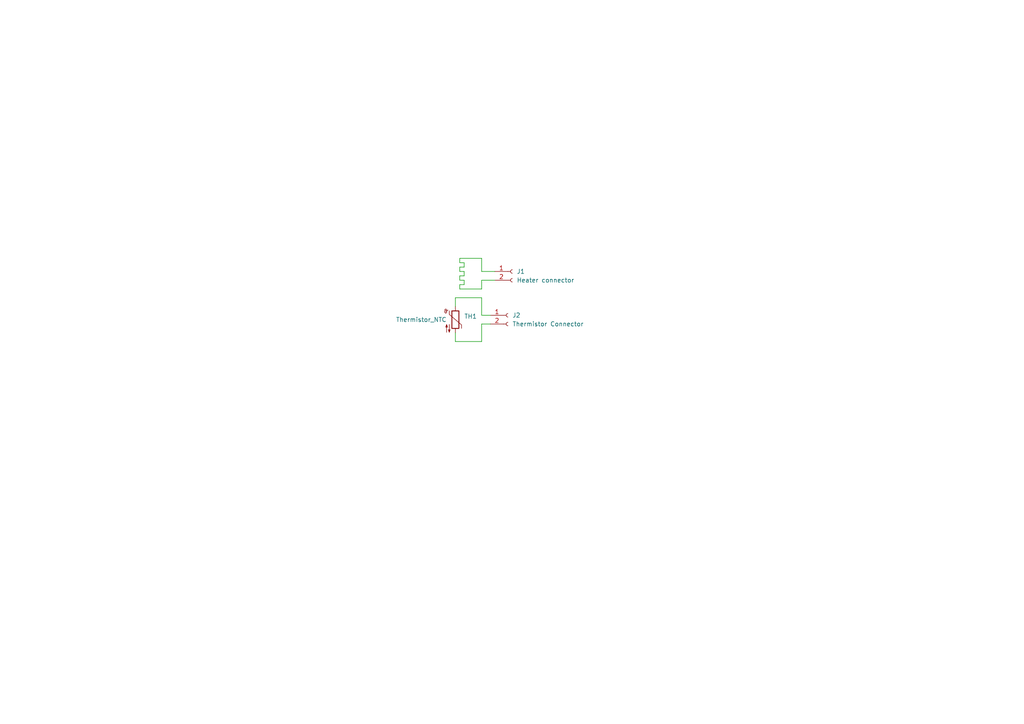
<source format=kicad_sch>
(kicad_sch (version 20231120) (generator "eeschema") (generator_version "8.0")
  (paper "A4")
  (lib_symbols
    (symbol "Connector:Conn_01x02_Socket" (pin_names (offset 1.016) hide)
      (property "Reference" "J" (at 0 2.54 0))
      (property "Value" "Conn_01x02_Socket" (at 0 -5.08 0))
      (symbol "Conn_01x02_Socket_1_1"
        (arc (start 0 -2.032) (mid -0.5058 -2.54) (end 0 -3.048) (stroke (width 0.1524)))
        (polyline (pts (xy -1.27 -2.54) (xy -0.508 -2.54)) (stroke (width 0.1524)))
        (polyline (pts (xy -1.27 0) (xy -0.508 0)) (stroke (width 0.1524)))
        (arc (start 0 0.508) (mid -0.5058 0) (end 0 -0.508) (stroke (width 0.1524)))
        (pin passive line (at -5.08 0 0) (length 3.81) (name "Pin_1") (number "1"))
        (pin passive line (at -5.08 -2.54 0) (length 3.81) (name "Pin_2") (number "2"))
      )
    )
    (symbol "Device:Thermistor_NTC" (pin_numbers hide) (pin_names (offset 0))
      (property "Reference" "TH" (at -4.445 0 90))
      (property "Value" "Thermistor_NTC" (at 3.175 0 90))
      (symbol "Thermistor_NTC_0_1"
        (arc (start -3.048 2.159) (mid -3.0495 2.3143) (end -3.175 2.413))
        (arc (start -3.048 2.159) (mid -2.9736 1.9794) (end -2.794 1.905))
        (arc (start -3.048 2.794) (mid -2.9736 2.6144) (end -2.794 2.54))
        (arc (start -2.794 1.905) (mid -2.6144 1.9794) (end -2.54 2.159))
        (arc (start -2.794 2.54) (mid -2.4393 2.5587) (end -2.159 2.794))
        (arc (start -2.794 3.048) (mid -2.9736 2.9736) (end -3.048 2.794))
        (arc (start -2.54 2.794) (mid -2.6144 2.9736) (end -2.794 3.048))
        (rectangle (start -1.016 2.54) (end 1.016 -2.54) (stroke (width 0.254)))
        (polyline (pts (xy -2.54 2.159) (xy -2.54 2.794)))
        (polyline (pts (xy -1.778 2.54) (xy -1.778 1.524) (xy 1.778 -1.524) (xy 1.778 -2.54)))
        (polyline (pts (xy -2.54 -3.683) (xy -2.54 -1.397) (xy -2.794 -2.159) (xy -2.286 -2.159) (xy -2.54 -1.397) (xy -2.54 -1.651)) (fill (type outline)))
        (polyline (pts (xy -1.778 -1.397) (xy -1.778 -3.683) (xy -2.032 -2.921) (xy -1.524 -2.921) (xy -1.778 -3.683) (xy -1.778 -3.429)) (fill (type outline)))
      )
      (symbol "Thermistor_NTC_1_1"
        (pin passive line (at 0 3.81 270) (length 1.27) (name "~") (number "1"))
        (pin passive line (at 0 -3.81 90) (length 1.27) (name "~") (number "2"))
      )
    )
  )
  (wire (pts (xy 133.35 83.82) (xy 139.7 83.82)))
  (wire (pts (xy 139.7 86.36) (xy 139.7 91.44)))
  (wire (pts (xy 133.35 76.2) (xy 134.62 76.2)))
  (wire (pts (xy 142.24 93.98) (xy 139.7 93.98)))
  (wire (pts (xy 134.62 81.28) (xy 134.62 82.55)))
  (wire (pts (xy 139.7 91.44) (xy 142.24 91.44)))
  (wire (pts (xy 139.7 78.74) (xy 139.7 74.93)))
  (wire (pts (xy 133.35 77.47) (xy 133.35 78.74)))
  (wire (pts (xy 134.62 77.47) (xy 133.35 77.47)))
  (wire (pts (xy 132.08 86.36) (xy 139.7 86.36)))
  (wire (pts (xy 139.7 93.98) (xy 139.7 99.06)))
  (wire (pts (xy 139.7 99.06) (xy 132.08 99.06)))
  (wire (pts (xy 133.35 80.01) (xy 133.35 81.28)))
  (wire (pts (xy 143.51 78.74) (xy 139.7 78.74)))
  (wire (pts (xy 134.62 82.55) (xy 133.35 82.55)))
  (wire (pts (xy 139.7 83.82) (xy 139.7 81.28)))
  (wire (pts (xy 139.7 81.28) (xy 143.51 81.28)))
  (wire (pts (xy 133.35 78.74) (xy 134.62 78.74)))
  (wire (pts (xy 139.7 74.93) (xy 133.35 74.93)))
  (wire (pts (xy 133.35 74.93) (xy 133.35 76.2)))
  (wire (pts (xy 132.08 99.06) (xy 132.08 96.52)))
  (wire (pts (xy 132.08 88.9) (xy 132.08 86.36)))
  (wire (pts (xy 133.35 82.55) (xy 133.35 83.82)))
  (wire (pts (xy 133.35 81.28) (xy 134.62 81.28)))
  (wire (pts (xy 134.62 80.01) (xy 133.35 80.01)))
  (wire (pts (xy 134.62 76.2) (xy 134.62 77.47)))
  (wire (pts (xy 134.62 78.74) (xy 134.62 80.01)))
  (symbol (lib_id "Connector:Conn_01x02_Socket") (at 147.32 91.44 0) (unit 1)
    (property "Reference" "J2" (at 148.59 91.4399 0) (effects (justify left)))
    (property "Value" "Thermistor Connector" (at 148.59 93.9799 0) (effects (justify left)))
    (property "Footprint" "XT30:GCT_BG300-02-X-X-A_REVC" (effects (hide yes)))
    (property "Description" "Generic connector, single row, 01x02, script generated" (effects (hide yes)))
  )
  (symbol (lib_id "Device:Thermistor_NTC") (at 132.08 92.71 0) (unit 1)
    (property "Reference" "TH1" (at 134.62 91.7574 0) (effects (justify left)))
    (property "Value" "Thermistor_NTC" (at 114.808 92.71 0) (effects (justify left)))
    (property "Footprint" "Resistor_SMD:R_0805_2012Metric_Pad1.20x1.40mm_HandSolder" (effects (hide yes)))
    (property "Description" "Temperature dependent resistor, negative temperature coefficient" (effects (hide yes)))
  )
  (symbol (lib_id "Connector:Conn_01x02_Socket") (at 148.59 78.74 0) (unit 1)
    (property "Reference" "J1" (at 149.86 78.7399 0) (effects (justify left)))
    (property "Value" "Heater connector" (at 149.86 81.2799 0) (effects (justify left)))
    (property "Footprint" "XT30:XT30_pads" (effects (hide yes)))
    (property "Description" "Generic connector, single row, 01x02, script generated" (effects (hide yes)))
  )
)
</source>
